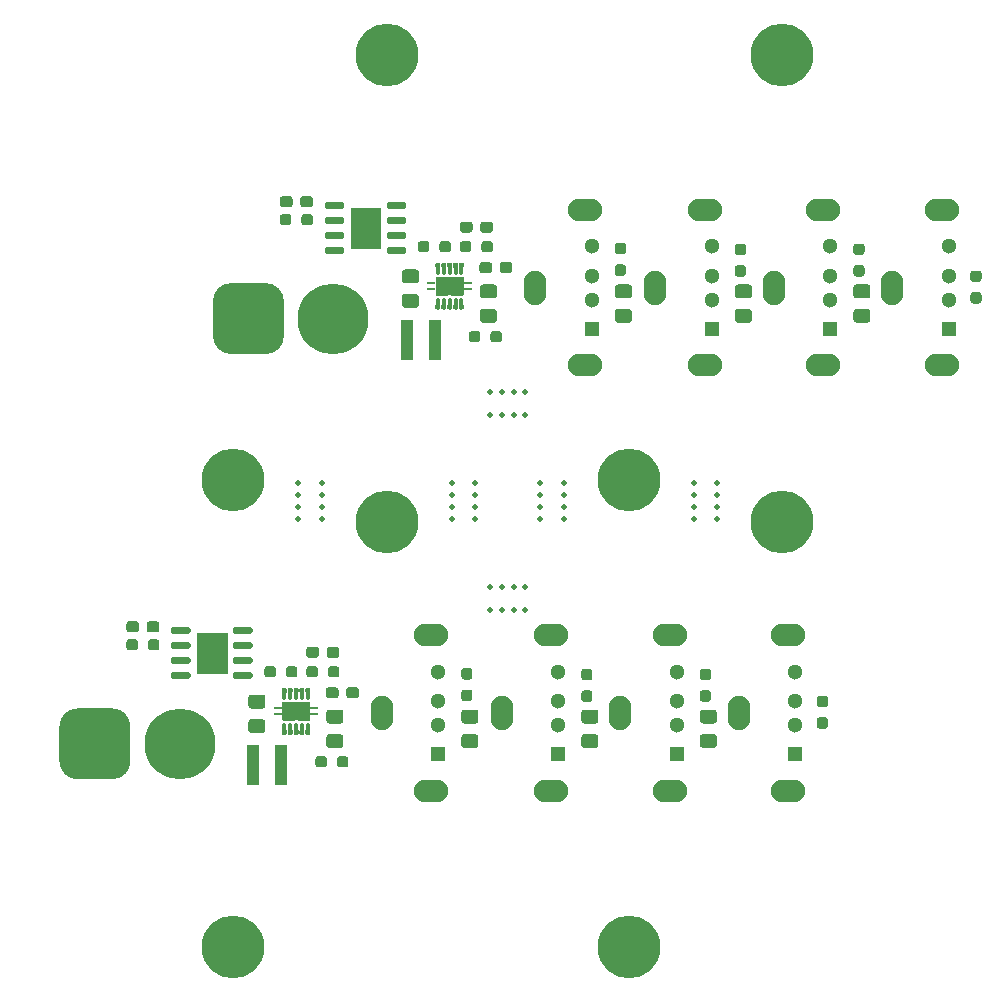
<source format=gbr>
%TF.GenerationSoftware,KiCad,Pcbnew,(5.1.7)-1*%
%TF.CreationDate,2020-12-15T13:18:26+01:00*%
%TF.ProjectId,panel_my_little_poly_v01,70616e65-6c5f-46d7-995f-6c6974746c65,rev?*%
%TF.SameCoordinates,Original*%
%TF.FileFunction,Soldermask,Top*%
%TF.FilePolarity,Negative*%
%FSLAX46Y46*%
G04 Gerber Fmt 4.6, Leading zero omitted, Abs format (unit mm)*
G04 Created by KiCad (PCBNEW (5.1.7)-1) date 2020-12-15 13:18:26*
%MOMM*%
%LPD*%
G01*
G04 APERTURE LIST*
%ADD10C,0.100000*%
%ADD11C,0.500000*%
%ADD12C,0.800000*%
%ADD13C,5.300000*%
%ADD14R,1.300000X1.300000*%
%ADD15C,1.300000*%
%ADD16O,2.900000X1.900000*%
%ADD17O,1.900000X2.900000*%
%ADD18R,0.980000X3.400000*%
%ADD19O,0.420000X0.990000*%
%ADD20R,1.050000X0.680000*%
%ADD21R,0.700000X0.280000*%
%ADD22R,0.500000X0.260000*%
%ADD23R,2.400000X1.650000*%
%ADD24C,0.600000*%
%ADD25C,6.000000*%
G04 APERTURE END LIST*
D10*
%TO.C,U102*%
G36*
X59962000Y-26928500D02*
G01*
X62462000Y-26928500D01*
X62462000Y-30328500D01*
X59962000Y-30328500D01*
X59962000Y-26928500D01*
G37*
X59962000Y-26928500D02*
X62462000Y-26928500D01*
X62462000Y-30328500D01*
X59962000Y-30328500D01*
X59962000Y-26928500D01*
G36*
X46962000Y-62928500D02*
G01*
X49462000Y-62928500D01*
X49462000Y-66328500D01*
X46962000Y-66328500D01*
X46962000Y-62928500D01*
G37*
X46962000Y-62928500D02*
X49462000Y-62928500D01*
X49462000Y-66328500D01*
X46962000Y-66328500D01*
X46962000Y-62928500D01*
%TD*%
D11*
%TO.C,REF\u002A\u002A*%
X72750000Y-44500000D03*
X73750000Y-44500000D03*
X74750000Y-44500000D03*
X71750000Y-44500000D03*
X71750000Y-42500000D03*
X74750000Y-42500000D03*
X73750000Y-42500000D03*
X72750000Y-42500000D03*
%TD*%
%TO.C,REF\u002A\u002A*%
X72750000Y-59000000D03*
X73750000Y-59000000D03*
X74750000Y-59000000D03*
X71750000Y-59000000D03*
X71750000Y-61000000D03*
X74750000Y-61000000D03*
X73750000Y-61000000D03*
X72750000Y-61000000D03*
%TD*%
%TO.C,REF\u002A\u002A*%
X91000000Y-51250000D03*
X91000000Y-52250000D03*
X91000000Y-53250000D03*
X91000000Y-50250000D03*
X89000000Y-50250000D03*
X89000000Y-53250000D03*
X89000000Y-52250000D03*
X89000000Y-51250000D03*
%TD*%
%TO.C,REF\u002A\u002A*%
X78000000Y-51250000D03*
X78000000Y-52250000D03*
X78000000Y-53250000D03*
X78000000Y-50250000D03*
X76000000Y-50250000D03*
X76000000Y-53250000D03*
X76000000Y-52250000D03*
X76000000Y-51250000D03*
%TD*%
%TO.C,REF\u002A\u002A*%
X70500000Y-51250000D03*
X70500000Y-52250000D03*
X70500000Y-53250000D03*
X70500000Y-50250000D03*
X68500000Y-50250000D03*
X68500000Y-53250000D03*
X68500000Y-52250000D03*
X68500000Y-51250000D03*
%TD*%
%TO.C,REF\u002A\u002A*%
X55500000Y-51250000D03*
X55500000Y-52250000D03*
X55500000Y-53250000D03*
X55500000Y-50250000D03*
X57500000Y-50250000D03*
X57500000Y-53250000D03*
X57500000Y-52250000D03*
X57500000Y-51250000D03*
%TD*%
%TO.C,R108*%
G36*
G01*
X113138500Y-35045000D02*
X112663500Y-35045000D01*
G75*
G02*
X112426000Y-34807500I0J237500D01*
G01*
X112426000Y-34307500D01*
G75*
G02*
X112663500Y-34070000I237500J0D01*
G01*
X113138500Y-34070000D01*
G75*
G02*
X113376000Y-34307500I0J-237500D01*
G01*
X113376000Y-34807500D01*
G75*
G02*
X113138500Y-35045000I-237500J0D01*
G01*
G37*
G36*
G01*
X113138500Y-33220000D02*
X112663500Y-33220000D01*
G75*
G02*
X112426000Y-32982500I0J237500D01*
G01*
X112426000Y-32482500D01*
G75*
G02*
X112663500Y-32245000I237500J0D01*
G01*
X113138500Y-32245000D01*
G75*
G02*
X113376000Y-32482500I0J-237500D01*
G01*
X113376000Y-32982500D01*
G75*
G02*
X113138500Y-33220000I-237500J0D01*
G01*
G37*
%TD*%
%TO.C,R107*%
G36*
G01*
X103232500Y-32759000D02*
X102757500Y-32759000D01*
G75*
G02*
X102520000Y-32521500I0J237500D01*
G01*
X102520000Y-32021500D01*
G75*
G02*
X102757500Y-31784000I237500J0D01*
G01*
X103232500Y-31784000D01*
G75*
G02*
X103470000Y-32021500I0J-237500D01*
G01*
X103470000Y-32521500D01*
G75*
G02*
X103232500Y-32759000I-237500J0D01*
G01*
G37*
G36*
G01*
X103232500Y-30934000D02*
X102757500Y-30934000D01*
G75*
G02*
X102520000Y-30696500I0J237500D01*
G01*
X102520000Y-30196500D01*
G75*
G02*
X102757500Y-29959000I237500J0D01*
G01*
X103232500Y-29959000D01*
G75*
G02*
X103470000Y-30196500I0J-237500D01*
G01*
X103470000Y-30696500D01*
G75*
G02*
X103232500Y-30934000I-237500J0D01*
G01*
G37*
%TD*%
%TO.C,R106*%
G36*
G01*
X93199500Y-32759000D02*
X92724500Y-32759000D01*
G75*
G02*
X92487000Y-32521500I0J237500D01*
G01*
X92487000Y-32021500D01*
G75*
G02*
X92724500Y-31784000I237500J0D01*
G01*
X93199500Y-31784000D01*
G75*
G02*
X93437000Y-32021500I0J-237500D01*
G01*
X93437000Y-32521500D01*
G75*
G02*
X93199500Y-32759000I-237500J0D01*
G01*
G37*
G36*
G01*
X93199500Y-30934000D02*
X92724500Y-30934000D01*
G75*
G02*
X92487000Y-30696500I0J237500D01*
G01*
X92487000Y-30196500D01*
G75*
G02*
X92724500Y-29959000I237500J0D01*
G01*
X93199500Y-29959000D01*
G75*
G02*
X93437000Y-30196500I0J-237500D01*
G01*
X93437000Y-30696500D01*
G75*
G02*
X93199500Y-30934000I-237500J0D01*
G01*
G37*
%TD*%
%TO.C,R105*%
G36*
G01*
X83037500Y-32700000D02*
X82562500Y-32700000D01*
G75*
G02*
X82325000Y-32462500I0J237500D01*
G01*
X82325000Y-31962500D01*
G75*
G02*
X82562500Y-31725000I237500J0D01*
G01*
X83037500Y-31725000D01*
G75*
G02*
X83275000Y-31962500I0J-237500D01*
G01*
X83275000Y-32462500D01*
G75*
G02*
X83037500Y-32700000I-237500J0D01*
G01*
G37*
G36*
G01*
X83037500Y-30875000D02*
X82562500Y-30875000D01*
G75*
G02*
X82325000Y-30637500I0J237500D01*
G01*
X82325000Y-30137500D01*
G75*
G02*
X82562500Y-29900000I237500J0D01*
G01*
X83037500Y-29900000D01*
G75*
G02*
X83275000Y-30137500I0J-237500D01*
G01*
X83275000Y-30637500D01*
G75*
G02*
X83037500Y-30875000I-237500J0D01*
G01*
G37*
%TD*%
D12*
%TO.C,U102*%
X61912000Y-29728500D03*
X60512000Y-29728500D03*
X60512000Y-27528500D03*
X61912000Y-27528500D03*
X61212000Y-28628500D03*
G36*
G01*
X59412000Y-30383500D02*
X59412000Y-30683500D01*
G75*
G02*
X59262000Y-30833500I-150000J0D01*
G01*
X57912000Y-30833500D01*
G75*
G02*
X57762000Y-30683500I0J150000D01*
G01*
X57762000Y-30383500D01*
G75*
G02*
X57912000Y-30233500I150000J0D01*
G01*
X59262000Y-30233500D01*
G75*
G02*
X59412000Y-30383500I0J-150000D01*
G01*
G37*
G36*
G01*
X59412000Y-29113500D02*
X59412000Y-29413500D01*
G75*
G02*
X59262000Y-29563500I-150000J0D01*
G01*
X57912000Y-29563500D01*
G75*
G02*
X57762000Y-29413500I0J150000D01*
G01*
X57762000Y-29113500D01*
G75*
G02*
X57912000Y-28963500I150000J0D01*
G01*
X59262000Y-28963500D01*
G75*
G02*
X59412000Y-29113500I0J-150000D01*
G01*
G37*
G36*
G01*
X59412000Y-27843500D02*
X59412000Y-28143500D01*
G75*
G02*
X59262000Y-28293500I-150000J0D01*
G01*
X57912000Y-28293500D01*
G75*
G02*
X57762000Y-28143500I0J150000D01*
G01*
X57762000Y-27843500D01*
G75*
G02*
X57912000Y-27693500I150000J0D01*
G01*
X59262000Y-27693500D01*
G75*
G02*
X59412000Y-27843500I0J-150000D01*
G01*
G37*
G36*
G01*
X59412000Y-26573500D02*
X59412000Y-26873500D01*
G75*
G02*
X59262000Y-27023500I-150000J0D01*
G01*
X57912000Y-27023500D01*
G75*
G02*
X57762000Y-26873500I0J150000D01*
G01*
X57762000Y-26573500D01*
G75*
G02*
X57912000Y-26423500I150000J0D01*
G01*
X59262000Y-26423500D01*
G75*
G02*
X59412000Y-26573500I0J-150000D01*
G01*
G37*
G36*
G01*
X64662000Y-26573500D02*
X64662000Y-26873500D01*
G75*
G02*
X64512000Y-27023500I-150000J0D01*
G01*
X63162000Y-27023500D01*
G75*
G02*
X63012000Y-26873500I0J150000D01*
G01*
X63012000Y-26573500D01*
G75*
G02*
X63162000Y-26423500I150000J0D01*
G01*
X64512000Y-26423500D01*
G75*
G02*
X64662000Y-26573500I0J-150000D01*
G01*
G37*
G36*
G01*
X64662000Y-27843500D02*
X64662000Y-28143500D01*
G75*
G02*
X64512000Y-28293500I-150000J0D01*
G01*
X63162000Y-28293500D01*
G75*
G02*
X63012000Y-28143500I0J150000D01*
G01*
X63012000Y-27843500D01*
G75*
G02*
X63162000Y-27693500I150000J0D01*
G01*
X64512000Y-27693500D01*
G75*
G02*
X64662000Y-27843500I0J-150000D01*
G01*
G37*
G36*
G01*
X64662000Y-29113500D02*
X64662000Y-29413500D01*
G75*
G02*
X64512000Y-29563500I-150000J0D01*
G01*
X63162000Y-29563500D01*
G75*
G02*
X63012000Y-29413500I0J150000D01*
G01*
X63012000Y-29113500D01*
G75*
G02*
X63162000Y-28963500I150000J0D01*
G01*
X64512000Y-28963500D01*
G75*
G02*
X64662000Y-29113500I0J-150000D01*
G01*
G37*
G36*
G01*
X64662000Y-30383500D02*
X64662000Y-30683500D01*
G75*
G02*
X64512000Y-30833500I-150000J0D01*
G01*
X63162000Y-30833500D01*
G75*
G02*
X63012000Y-30683500I0J150000D01*
G01*
X63012000Y-30383500D01*
G75*
G02*
X63162000Y-30233500I150000J0D01*
G01*
X64512000Y-30233500D01*
G75*
G02*
X64662000Y-30383500I0J-150000D01*
G01*
G37*
%TD*%
%TO.C,R104*%
G36*
G01*
X54945000Y-27692500D02*
X54945000Y-28167500D01*
G75*
G02*
X54707500Y-28405000I-237500J0D01*
G01*
X54207500Y-28405000D01*
G75*
G02*
X53970000Y-28167500I0J237500D01*
G01*
X53970000Y-27692500D01*
G75*
G02*
X54207500Y-27455000I237500J0D01*
G01*
X54707500Y-27455000D01*
G75*
G02*
X54945000Y-27692500I0J-237500D01*
G01*
G37*
G36*
G01*
X56770000Y-27692500D02*
X56770000Y-28167500D01*
G75*
G02*
X56532500Y-28405000I-237500J0D01*
G01*
X56032500Y-28405000D01*
G75*
G02*
X55795000Y-28167500I0J237500D01*
G01*
X55795000Y-27692500D01*
G75*
G02*
X56032500Y-27455000I237500J0D01*
G01*
X56532500Y-27455000D01*
G75*
G02*
X56770000Y-27692500I0J-237500D01*
G01*
G37*
%TD*%
%TO.C,C108*%
G36*
G01*
X55695000Y-26643500D02*
X55695000Y-26168500D01*
G75*
G02*
X55932500Y-25931000I237500J0D01*
G01*
X56532500Y-25931000D01*
G75*
G02*
X56770000Y-26168500I0J-237500D01*
G01*
X56770000Y-26643500D01*
G75*
G02*
X56532500Y-26881000I-237500J0D01*
G01*
X55932500Y-26881000D01*
G75*
G02*
X55695000Y-26643500I0J237500D01*
G01*
G37*
G36*
G01*
X53970000Y-26643500D02*
X53970000Y-26168500D01*
G75*
G02*
X54207500Y-25931000I237500J0D01*
G01*
X54807500Y-25931000D01*
G75*
G02*
X55045000Y-26168500I0J-237500D01*
G01*
X55045000Y-26643500D01*
G75*
G02*
X54807500Y-26881000I-237500J0D01*
G01*
X54207500Y-26881000D01*
G75*
G02*
X53970000Y-26643500I0J237500D01*
G01*
G37*
%TD*%
D13*
%TO.C,H104*%
X96500000Y-14000000D03*
%TD*%
%TO.C,H103*%
X63000000Y-14000000D03*
%TD*%
%TO.C,H102*%
X96500000Y-53500000D03*
%TD*%
%TO.C,H101*%
X63000000Y-53500000D03*
%TD*%
%TO.C,C107*%
G36*
G01*
X103724000Y-36667000D02*
X102774000Y-36667000D01*
G75*
G02*
X102524000Y-36417000I0J250000D01*
G01*
X102524000Y-35742000D01*
G75*
G02*
X102774000Y-35492000I250000J0D01*
G01*
X103724000Y-35492000D01*
G75*
G02*
X103974000Y-35742000I0J-250000D01*
G01*
X103974000Y-36417000D01*
G75*
G02*
X103724000Y-36667000I-250000J0D01*
G01*
G37*
G36*
G01*
X103724000Y-34592000D02*
X102774000Y-34592000D01*
G75*
G02*
X102524000Y-34342000I0J250000D01*
G01*
X102524000Y-33667000D01*
G75*
G02*
X102774000Y-33417000I250000J0D01*
G01*
X103724000Y-33417000D01*
G75*
G02*
X103974000Y-33667000I0J-250000D01*
G01*
X103974000Y-34342000D01*
G75*
G02*
X103724000Y-34592000I-250000J0D01*
G01*
G37*
%TD*%
D14*
%TO.C,J105*%
X110615000Y-37201000D03*
D15*
X110615000Y-34701000D03*
X110615000Y-32701000D03*
X110615000Y-30201000D03*
D16*
X110015000Y-40271000D03*
X110015000Y-27131000D03*
D17*
X105835000Y-33701000D03*
%TD*%
D14*
%TO.C,J104*%
X100582000Y-37201000D03*
D15*
X100582000Y-34701000D03*
X100582000Y-32701000D03*
X100582000Y-30201000D03*
D16*
X99982000Y-40271000D03*
X99982000Y-27131000D03*
D17*
X95802000Y-33701000D03*
%TD*%
D14*
%TO.C,J103*%
X90549000Y-37201000D03*
D15*
X90549000Y-34701000D03*
X90549000Y-32701000D03*
X90549000Y-30201000D03*
D16*
X89949000Y-40271000D03*
X89949000Y-27131000D03*
D17*
X85769000Y-33701000D03*
%TD*%
D14*
%TO.C,J102*%
X80389000Y-37201000D03*
D15*
X80389000Y-34701000D03*
X80389000Y-32701000D03*
X80389000Y-30201000D03*
D16*
X79789000Y-40271000D03*
X79789000Y-27131000D03*
D17*
X75609000Y-33701000D03*
%TD*%
%TO.C,C106*%
G36*
G01*
X72010000Y-28327500D02*
X72010000Y-28802500D01*
G75*
G02*
X71772500Y-29040000I-237500J0D01*
G01*
X71172500Y-29040000D01*
G75*
G02*
X70935000Y-28802500I0J237500D01*
G01*
X70935000Y-28327500D01*
G75*
G02*
X71172500Y-28090000I237500J0D01*
G01*
X71772500Y-28090000D01*
G75*
G02*
X72010000Y-28327500I0J-237500D01*
G01*
G37*
G36*
G01*
X70285000Y-28327500D02*
X70285000Y-28802500D01*
G75*
G02*
X70047500Y-29040000I-237500J0D01*
G01*
X69447500Y-29040000D01*
G75*
G02*
X69210000Y-28802500I0J237500D01*
G01*
X69210000Y-28327500D01*
G75*
G02*
X69447500Y-28090000I237500J0D01*
G01*
X70047500Y-28090000D01*
G75*
G02*
X70285000Y-28327500I0J-237500D01*
G01*
G37*
%TD*%
D18*
%TO.C,L101*%
X64726000Y-38090000D03*
X67096000Y-38090000D03*
%TD*%
D19*
%TO.C,U101*%
X67340000Y-35042000D03*
X67840000Y-35042000D03*
G36*
G01*
X68480000Y-35537000D02*
X68200000Y-35537000D01*
G75*
G02*
X68130000Y-35467000I0J70000D01*
G01*
X68130000Y-35187000D01*
G75*
G02*
X68200000Y-35117000I70000J0D01*
G01*
X68480000Y-35117000D01*
G75*
G02*
X68550000Y-35187000I0J-70000D01*
G01*
X68550000Y-35467000D01*
G75*
G02*
X68480000Y-35537000I-70000J0D01*
G01*
G37*
X68840000Y-35042000D03*
G36*
G01*
X69480000Y-35537000D02*
X69200000Y-35537000D01*
G75*
G02*
X69130000Y-35467000I0J70000D01*
G01*
X69130000Y-35187000D01*
G75*
G02*
X69200000Y-35117000I70000J0D01*
G01*
X69480000Y-35117000D01*
G75*
G02*
X69550000Y-35187000I0J-70000D01*
G01*
X69550000Y-35467000D01*
G75*
G02*
X69480000Y-35537000I-70000J0D01*
G01*
G37*
X69340000Y-32092000D03*
X68840000Y-32092000D03*
G36*
G01*
X68480000Y-32017000D02*
X68200000Y-32017000D01*
G75*
G02*
X68130000Y-31947000I0J70000D01*
G01*
X68130000Y-31667000D01*
G75*
G02*
X68200000Y-31597000I70000J0D01*
G01*
X68480000Y-31597000D01*
G75*
G02*
X68550000Y-31667000I0J-70000D01*
G01*
X68550000Y-31947000D01*
G75*
G02*
X68480000Y-32017000I-70000J0D01*
G01*
G37*
G36*
G01*
X67980000Y-32017000D02*
X67700000Y-32017000D01*
G75*
G02*
X67630000Y-31947000I0J70000D01*
G01*
X67630000Y-31667000D01*
G75*
G02*
X67700000Y-31597000I70000J0D01*
G01*
X67980000Y-31597000D01*
G75*
G02*
X68050000Y-31667000I0J-70000D01*
G01*
X68050000Y-31947000D01*
G75*
G02*
X67980000Y-32017000I-70000J0D01*
G01*
G37*
G36*
G01*
X67480000Y-32017000D02*
X67200000Y-32017000D01*
G75*
G02*
X67130000Y-31947000I0J70000D01*
G01*
X67130000Y-31667000D01*
G75*
G02*
X67200000Y-31597000I70000J0D01*
G01*
X67480000Y-31597000D01*
G75*
G02*
X67550000Y-31667000I0J-70000D01*
G01*
X67550000Y-31947000D01*
G75*
G02*
X67480000Y-32017000I-70000J0D01*
G01*
G37*
D20*
X67705000Y-34017000D03*
D21*
X66790000Y-33817000D03*
D22*
X66710000Y-33817000D03*
D21*
X66790000Y-33317000D03*
X69890000Y-33817000D03*
X69890000Y-33317000D03*
D22*
X66710000Y-33317000D03*
X69970000Y-33817000D03*
X69970000Y-33317000D03*
D20*
X67705000Y-33117000D03*
X68975000Y-34017000D03*
X68975000Y-33117000D03*
D23*
X68340000Y-33567000D03*
G36*
G01*
X67480000Y-35537000D02*
X67200000Y-35537000D01*
G75*
G02*
X67130000Y-35467000I0J70000D01*
G01*
X67130000Y-35187000D01*
G75*
G02*
X67200000Y-35117000I70000J0D01*
G01*
X67480000Y-35117000D01*
G75*
G02*
X67550000Y-35187000I0J-70000D01*
G01*
X67550000Y-35467000D01*
G75*
G02*
X67480000Y-35537000I-70000J0D01*
G01*
G37*
G36*
G01*
X67980000Y-35537000D02*
X67700000Y-35537000D01*
G75*
G02*
X67630000Y-35467000I0J70000D01*
G01*
X67630000Y-35187000D01*
G75*
G02*
X67700000Y-35117000I70000J0D01*
G01*
X67980000Y-35117000D01*
G75*
G02*
X68050000Y-35187000I0J-70000D01*
G01*
X68050000Y-35467000D01*
G75*
G02*
X67980000Y-35537000I-70000J0D01*
G01*
G37*
D19*
X68340000Y-35042000D03*
G36*
G01*
X68980000Y-35537000D02*
X68700000Y-35537000D01*
G75*
G02*
X68630000Y-35467000I0J70000D01*
G01*
X68630000Y-35187000D01*
G75*
G02*
X68700000Y-35117000I70000J0D01*
G01*
X68980000Y-35117000D01*
G75*
G02*
X69050000Y-35187000I0J-70000D01*
G01*
X69050000Y-35467000D01*
G75*
G02*
X68980000Y-35537000I-70000J0D01*
G01*
G37*
X69340000Y-35042000D03*
G36*
G01*
X69480000Y-32017000D02*
X69200000Y-32017000D01*
G75*
G02*
X69130000Y-31947000I0J70000D01*
G01*
X69130000Y-31667000D01*
G75*
G02*
X69200000Y-31597000I70000J0D01*
G01*
X69480000Y-31597000D01*
G75*
G02*
X69550000Y-31667000I0J-70000D01*
G01*
X69550000Y-31947000D01*
G75*
G02*
X69480000Y-32017000I-70000J0D01*
G01*
G37*
G36*
G01*
X68980000Y-32017000D02*
X68700000Y-32017000D01*
G75*
G02*
X68630000Y-31947000I0J70000D01*
G01*
X68630000Y-31667000D01*
G75*
G02*
X68700000Y-31597000I70000J0D01*
G01*
X68980000Y-31597000D01*
G75*
G02*
X69050000Y-31667000I0J-70000D01*
G01*
X69050000Y-31947000D01*
G75*
G02*
X68980000Y-32017000I-70000J0D01*
G01*
G37*
X68340000Y-32092000D03*
X67840000Y-32092000D03*
X67340000Y-32092000D03*
D24*
X69090000Y-33067000D03*
X68340000Y-33567000D03*
X67590000Y-33067000D03*
X67590000Y-34067000D03*
X69090000Y-34067000D03*
%TD*%
%TO.C,R103*%
G36*
G01*
X72772000Y-37598500D02*
X72772000Y-38073500D01*
G75*
G02*
X72534500Y-38311000I-237500J0D01*
G01*
X72034500Y-38311000D01*
G75*
G02*
X71797000Y-38073500I0J237500D01*
G01*
X71797000Y-37598500D01*
G75*
G02*
X72034500Y-37361000I237500J0D01*
G01*
X72534500Y-37361000D01*
G75*
G02*
X72772000Y-37598500I0J-237500D01*
G01*
G37*
G36*
G01*
X70947000Y-37598500D02*
X70947000Y-38073500D01*
G75*
G02*
X70709500Y-38311000I-237500J0D01*
G01*
X70209500Y-38311000D01*
G75*
G02*
X69972000Y-38073500I0J237500D01*
G01*
X69972000Y-37598500D01*
G75*
G02*
X70209500Y-37361000I237500J0D01*
G01*
X70709500Y-37361000D01*
G75*
G02*
X70947000Y-37598500I0J-237500D01*
G01*
G37*
%TD*%
%TO.C,R102*%
G36*
G01*
X68454000Y-29978500D02*
X68454000Y-30453500D01*
G75*
G02*
X68216500Y-30691000I-237500J0D01*
G01*
X67716500Y-30691000D01*
G75*
G02*
X67479000Y-30453500I0J237500D01*
G01*
X67479000Y-29978500D01*
G75*
G02*
X67716500Y-29741000I237500J0D01*
G01*
X68216500Y-29741000D01*
G75*
G02*
X68454000Y-29978500I0J-237500D01*
G01*
G37*
G36*
G01*
X66629000Y-29978500D02*
X66629000Y-30453500D01*
G75*
G02*
X66391500Y-30691000I-237500J0D01*
G01*
X65891500Y-30691000D01*
G75*
G02*
X65654000Y-30453500I0J237500D01*
G01*
X65654000Y-29978500D01*
G75*
G02*
X65891500Y-29741000I237500J0D01*
G01*
X66391500Y-29741000D01*
G75*
G02*
X66629000Y-29978500I0J-237500D01*
G01*
G37*
%TD*%
%TO.C,R101*%
G36*
G01*
X72010000Y-29978500D02*
X72010000Y-30453500D01*
G75*
G02*
X71772500Y-30691000I-237500J0D01*
G01*
X71272500Y-30691000D01*
G75*
G02*
X71035000Y-30453500I0J237500D01*
G01*
X71035000Y-29978500D01*
G75*
G02*
X71272500Y-29741000I237500J0D01*
G01*
X71772500Y-29741000D01*
G75*
G02*
X72010000Y-29978500I0J-237500D01*
G01*
G37*
G36*
G01*
X70185000Y-29978500D02*
X70185000Y-30453500D01*
G75*
G02*
X69947500Y-30691000I-237500J0D01*
G01*
X69447500Y-30691000D01*
G75*
G02*
X69210000Y-30453500I0J237500D01*
G01*
X69210000Y-29978500D01*
G75*
G02*
X69447500Y-29741000I237500J0D01*
G01*
X69947500Y-29741000D01*
G75*
G02*
X70185000Y-29978500I0J-237500D01*
G01*
G37*
%TD*%
D25*
%TO.C,J101*%
X58506000Y-36312000D03*
G36*
G01*
X48306000Y-37812000D02*
X48306000Y-34812000D01*
G75*
G02*
X49806000Y-33312000I1500000J0D01*
G01*
X52806000Y-33312000D01*
G75*
G02*
X54306000Y-34812000I0J-1500000D01*
G01*
X54306000Y-37812000D01*
G75*
G02*
X52806000Y-39312000I-1500000J0D01*
G01*
X49806000Y-39312000D01*
G75*
G02*
X48306000Y-37812000I0J1500000D01*
G01*
G37*
%TD*%
%TO.C,C105*%
G36*
G01*
X70861000Y-32231500D02*
X70861000Y-31756500D01*
G75*
G02*
X71098500Y-31519000I237500J0D01*
G01*
X71698500Y-31519000D01*
G75*
G02*
X71936000Y-31756500I0J-237500D01*
G01*
X71936000Y-32231500D01*
G75*
G02*
X71698500Y-32469000I-237500J0D01*
G01*
X71098500Y-32469000D01*
G75*
G02*
X70861000Y-32231500I0J237500D01*
G01*
G37*
G36*
G01*
X72586000Y-32231500D02*
X72586000Y-31756500D01*
G75*
G02*
X72823500Y-31519000I237500J0D01*
G01*
X73423500Y-31519000D01*
G75*
G02*
X73661000Y-31756500I0J-237500D01*
G01*
X73661000Y-32231500D01*
G75*
G02*
X73423500Y-32469000I-237500J0D01*
G01*
X72823500Y-32469000D01*
G75*
G02*
X72586000Y-32231500I0J237500D01*
G01*
G37*
%TD*%
%TO.C,C104*%
G36*
G01*
X93691000Y-36667000D02*
X92741000Y-36667000D01*
G75*
G02*
X92491000Y-36417000I0J250000D01*
G01*
X92491000Y-35742000D01*
G75*
G02*
X92741000Y-35492000I250000J0D01*
G01*
X93691000Y-35492000D01*
G75*
G02*
X93941000Y-35742000I0J-250000D01*
G01*
X93941000Y-36417000D01*
G75*
G02*
X93691000Y-36667000I-250000J0D01*
G01*
G37*
G36*
G01*
X93691000Y-34592000D02*
X92741000Y-34592000D01*
G75*
G02*
X92491000Y-34342000I0J250000D01*
G01*
X92491000Y-33667000D01*
G75*
G02*
X92741000Y-33417000I250000J0D01*
G01*
X93691000Y-33417000D01*
G75*
G02*
X93941000Y-33667000I0J-250000D01*
G01*
X93941000Y-34342000D01*
G75*
G02*
X93691000Y-34592000I-250000J0D01*
G01*
G37*
%TD*%
%TO.C,C103*%
G36*
G01*
X83531000Y-36667000D02*
X82581000Y-36667000D01*
G75*
G02*
X82331000Y-36417000I0J250000D01*
G01*
X82331000Y-35742000D01*
G75*
G02*
X82581000Y-35492000I250000J0D01*
G01*
X83531000Y-35492000D01*
G75*
G02*
X83781000Y-35742000I0J-250000D01*
G01*
X83781000Y-36417000D01*
G75*
G02*
X83531000Y-36667000I-250000J0D01*
G01*
G37*
G36*
G01*
X83531000Y-34592000D02*
X82581000Y-34592000D01*
G75*
G02*
X82331000Y-34342000I0J250000D01*
G01*
X82331000Y-33667000D01*
G75*
G02*
X82581000Y-33417000I250000J0D01*
G01*
X83531000Y-33417000D01*
G75*
G02*
X83781000Y-33667000I0J-250000D01*
G01*
X83781000Y-34342000D01*
G75*
G02*
X83531000Y-34592000I-250000J0D01*
G01*
G37*
%TD*%
%TO.C,C102*%
G36*
G01*
X72101000Y-36667000D02*
X71151000Y-36667000D01*
G75*
G02*
X70901000Y-36417000I0J250000D01*
G01*
X70901000Y-35742000D01*
G75*
G02*
X71151000Y-35492000I250000J0D01*
G01*
X72101000Y-35492000D01*
G75*
G02*
X72351000Y-35742000I0J-250000D01*
G01*
X72351000Y-36417000D01*
G75*
G02*
X72101000Y-36667000I-250000J0D01*
G01*
G37*
G36*
G01*
X72101000Y-34592000D02*
X71151000Y-34592000D01*
G75*
G02*
X70901000Y-34342000I0J250000D01*
G01*
X70901000Y-33667000D01*
G75*
G02*
X71151000Y-33417000I250000J0D01*
G01*
X72101000Y-33417000D01*
G75*
G02*
X72351000Y-33667000I0J-250000D01*
G01*
X72351000Y-34342000D01*
G75*
G02*
X72101000Y-34592000I-250000J0D01*
G01*
G37*
%TD*%
%TO.C,C101*%
G36*
G01*
X64547000Y-32147000D02*
X65497000Y-32147000D01*
G75*
G02*
X65747000Y-32397000I0J-250000D01*
G01*
X65747000Y-33072000D01*
G75*
G02*
X65497000Y-33322000I-250000J0D01*
G01*
X64547000Y-33322000D01*
G75*
G02*
X64297000Y-33072000I0J250000D01*
G01*
X64297000Y-32397000D01*
G75*
G02*
X64547000Y-32147000I250000J0D01*
G01*
G37*
G36*
G01*
X64547000Y-34222000D02*
X65497000Y-34222000D01*
G75*
G02*
X65747000Y-34472000I0J-250000D01*
G01*
X65747000Y-35147000D01*
G75*
G02*
X65497000Y-35397000I-250000J0D01*
G01*
X64547000Y-35397000D01*
G75*
G02*
X64297000Y-35147000I0J250000D01*
G01*
X64297000Y-34472000D01*
G75*
G02*
X64547000Y-34222000I250000J0D01*
G01*
G37*
%TD*%
%TO.C,R108*%
G36*
G01*
X100138500Y-71045000D02*
X99663500Y-71045000D01*
G75*
G02*
X99426000Y-70807500I0J237500D01*
G01*
X99426000Y-70307500D01*
G75*
G02*
X99663500Y-70070000I237500J0D01*
G01*
X100138500Y-70070000D01*
G75*
G02*
X100376000Y-70307500I0J-237500D01*
G01*
X100376000Y-70807500D01*
G75*
G02*
X100138500Y-71045000I-237500J0D01*
G01*
G37*
G36*
G01*
X100138500Y-69220000D02*
X99663500Y-69220000D01*
G75*
G02*
X99426000Y-68982500I0J237500D01*
G01*
X99426000Y-68482500D01*
G75*
G02*
X99663500Y-68245000I237500J0D01*
G01*
X100138500Y-68245000D01*
G75*
G02*
X100376000Y-68482500I0J-237500D01*
G01*
X100376000Y-68982500D01*
G75*
G02*
X100138500Y-69220000I-237500J0D01*
G01*
G37*
%TD*%
%TO.C,R107*%
G36*
G01*
X90232500Y-68759000D02*
X89757500Y-68759000D01*
G75*
G02*
X89520000Y-68521500I0J237500D01*
G01*
X89520000Y-68021500D01*
G75*
G02*
X89757500Y-67784000I237500J0D01*
G01*
X90232500Y-67784000D01*
G75*
G02*
X90470000Y-68021500I0J-237500D01*
G01*
X90470000Y-68521500D01*
G75*
G02*
X90232500Y-68759000I-237500J0D01*
G01*
G37*
G36*
G01*
X90232500Y-66934000D02*
X89757500Y-66934000D01*
G75*
G02*
X89520000Y-66696500I0J237500D01*
G01*
X89520000Y-66196500D01*
G75*
G02*
X89757500Y-65959000I237500J0D01*
G01*
X90232500Y-65959000D01*
G75*
G02*
X90470000Y-66196500I0J-237500D01*
G01*
X90470000Y-66696500D01*
G75*
G02*
X90232500Y-66934000I-237500J0D01*
G01*
G37*
%TD*%
%TO.C,R106*%
G36*
G01*
X80199500Y-68759000D02*
X79724500Y-68759000D01*
G75*
G02*
X79487000Y-68521500I0J237500D01*
G01*
X79487000Y-68021500D01*
G75*
G02*
X79724500Y-67784000I237500J0D01*
G01*
X80199500Y-67784000D01*
G75*
G02*
X80437000Y-68021500I0J-237500D01*
G01*
X80437000Y-68521500D01*
G75*
G02*
X80199500Y-68759000I-237500J0D01*
G01*
G37*
G36*
G01*
X80199500Y-66934000D02*
X79724500Y-66934000D01*
G75*
G02*
X79487000Y-66696500I0J237500D01*
G01*
X79487000Y-66196500D01*
G75*
G02*
X79724500Y-65959000I237500J0D01*
G01*
X80199500Y-65959000D01*
G75*
G02*
X80437000Y-66196500I0J-237500D01*
G01*
X80437000Y-66696500D01*
G75*
G02*
X80199500Y-66934000I-237500J0D01*
G01*
G37*
%TD*%
%TO.C,R105*%
G36*
G01*
X70037500Y-68700000D02*
X69562500Y-68700000D01*
G75*
G02*
X69325000Y-68462500I0J237500D01*
G01*
X69325000Y-67962500D01*
G75*
G02*
X69562500Y-67725000I237500J0D01*
G01*
X70037500Y-67725000D01*
G75*
G02*
X70275000Y-67962500I0J-237500D01*
G01*
X70275000Y-68462500D01*
G75*
G02*
X70037500Y-68700000I-237500J0D01*
G01*
G37*
G36*
G01*
X70037500Y-66875000D02*
X69562500Y-66875000D01*
G75*
G02*
X69325000Y-66637500I0J237500D01*
G01*
X69325000Y-66137500D01*
G75*
G02*
X69562500Y-65900000I237500J0D01*
G01*
X70037500Y-65900000D01*
G75*
G02*
X70275000Y-66137500I0J-237500D01*
G01*
X70275000Y-66637500D01*
G75*
G02*
X70037500Y-66875000I-237500J0D01*
G01*
G37*
%TD*%
D12*
%TO.C,U102*%
X48912000Y-65728500D03*
X47512000Y-65728500D03*
X47512000Y-63528500D03*
X48912000Y-63528500D03*
X48212000Y-64628500D03*
G36*
G01*
X46412000Y-66383500D02*
X46412000Y-66683500D01*
G75*
G02*
X46262000Y-66833500I-150000J0D01*
G01*
X44912000Y-66833500D01*
G75*
G02*
X44762000Y-66683500I0J150000D01*
G01*
X44762000Y-66383500D01*
G75*
G02*
X44912000Y-66233500I150000J0D01*
G01*
X46262000Y-66233500D01*
G75*
G02*
X46412000Y-66383500I0J-150000D01*
G01*
G37*
G36*
G01*
X46412000Y-65113500D02*
X46412000Y-65413500D01*
G75*
G02*
X46262000Y-65563500I-150000J0D01*
G01*
X44912000Y-65563500D01*
G75*
G02*
X44762000Y-65413500I0J150000D01*
G01*
X44762000Y-65113500D01*
G75*
G02*
X44912000Y-64963500I150000J0D01*
G01*
X46262000Y-64963500D01*
G75*
G02*
X46412000Y-65113500I0J-150000D01*
G01*
G37*
G36*
G01*
X46412000Y-63843500D02*
X46412000Y-64143500D01*
G75*
G02*
X46262000Y-64293500I-150000J0D01*
G01*
X44912000Y-64293500D01*
G75*
G02*
X44762000Y-64143500I0J150000D01*
G01*
X44762000Y-63843500D01*
G75*
G02*
X44912000Y-63693500I150000J0D01*
G01*
X46262000Y-63693500D01*
G75*
G02*
X46412000Y-63843500I0J-150000D01*
G01*
G37*
G36*
G01*
X46412000Y-62573500D02*
X46412000Y-62873500D01*
G75*
G02*
X46262000Y-63023500I-150000J0D01*
G01*
X44912000Y-63023500D01*
G75*
G02*
X44762000Y-62873500I0J150000D01*
G01*
X44762000Y-62573500D01*
G75*
G02*
X44912000Y-62423500I150000J0D01*
G01*
X46262000Y-62423500D01*
G75*
G02*
X46412000Y-62573500I0J-150000D01*
G01*
G37*
G36*
G01*
X51662000Y-62573500D02*
X51662000Y-62873500D01*
G75*
G02*
X51512000Y-63023500I-150000J0D01*
G01*
X50162000Y-63023500D01*
G75*
G02*
X50012000Y-62873500I0J150000D01*
G01*
X50012000Y-62573500D01*
G75*
G02*
X50162000Y-62423500I150000J0D01*
G01*
X51512000Y-62423500D01*
G75*
G02*
X51662000Y-62573500I0J-150000D01*
G01*
G37*
G36*
G01*
X51662000Y-63843500D02*
X51662000Y-64143500D01*
G75*
G02*
X51512000Y-64293500I-150000J0D01*
G01*
X50162000Y-64293500D01*
G75*
G02*
X50012000Y-64143500I0J150000D01*
G01*
X50012000Y-63843500D01*
G75*
G02*
X50162000Y-63693500I150000J0D01*
G01*
X51512000Y-63693500D01*
G75*
G02*
X51662000Y-63843500I0J-150000D01*
G01*
G37*
G36*
G01*
X51662000Y-65113500D02*
X51662000Y-65413500D01*
G75*
G02*
X51512000Y-65563500I-150000J0D01*
G01*
X50162000Y-65563500D01*
G75*
G02*
X50012000Y-65413500I0J150000D01*
G01*
X50012000Y-65113500D01*
G75*
G02*
X50162000Y-64963500I150000J0D01*
G01*
X51512000Y-64963500D01*
G75*
G02*
X51662000Y-65113500I0J-150000D01*
G01*
G37*
G36*
G01*
X51662000Y-66383500D02*
X51662000Y-66683500D01*
G75*
G02*
X51512000Y-66833500I-150000J0D01*
G01*
X50162000Y-66833500D01*
G75*
G02*
X50012000Y-66683500I0J150000D01*
G01*
X50012000Y-66383500D01*
G75*
G02*
X50162000Y-66233500I150000J0D01*
G01*
X51512000Y-66233500D01*
G75*
G02*
X51662000Y-66383500I0J-150000D01*
G01*
G37*
%TD*%
%TO.C,R104*%
G36*
G01*
X41945000Y-63692500D02*
X41945000Y-64167500D01*
G75*
G02*
X41707500Y-64405000I-237500J0D01*
G01*
X41207500Y-64405000D01*
G75*
G02*
X40970000Y-64167500I0J237500D01*
G01*
X40970000Y-63692500D01*
G75*
G02*
X41207500Y-63455000I237500J0D01*
G01*
X41707500Y-63455000D01*
G75*
G02*
X41945000Y-63692500I0J-237500D01*
G01*
G37*
G36*
G01*
X43770000Y-63692500D02*
X43770000Y-64167500D01*
G75*
G02*
X43532500Y-64405000I-237500J0D01*
G01*
X43032500Y-64405000D01*
G75*
G02*
X42795000Y-64167500I0J237500D01*
G01*
X42795000Y-63692500D01*
G75*
G02*
X43032500Y-63455000I237500J0D01*
G01*
X43532500Y-63455000D01*
G75*
G02*
X43770000Y-63692500I0J-237500D01*
G01*
G37*
%TD*%
%TO.C,C108*%
G36*
G01*
X42695000Y-62643500D02*
X42695000Y-62168500D01*
G75*
G02*
X42932500Y-61931000I237500J0D01*
G01*
X43532500Y-61931000D01*
G75*
G02*
X43770000Y-62168500I0J-237500D01*
G01*
X43770000Y-62643500D01*
G75*
G02*
X43532500Y-62881000I-237500J0D01*
G01*
X42932500Y-62881000D01*
G75*
G02*
X42695000Y-62643500I0J237500D01*
G01*
G37*
G36*
G01*
X40970000Y-62643500D02*
X40970000Y-62168500D01*
G75*
G02*
X41207500Y-61931000I237500J0D01*
G01*
X41807500Y-61931000D01*
G75*
G02*
X42045000Y-62168500I0J-237500D01*
G01*
X42045000Y-62643500D01*
G75*
G02*
X41807500Y-62881000I-237500J0D01*
G01*
X41207500Y-62881000D01*
G75*
G02*
X40970000Y-62643500I0J237500D01*
G01*
G37*
%TD*%
D13*
%TO.C,H104*%
X83500000Y-50000000D03*
%TD*%
%TO.C,H103*%
X50000000Y-50000000D03*
%TD*%
%TO.C,H102*%
X83500000Y-89500000D03*
%TD*%
%TO.C,H101*%
X50000000Y-89500000D03*
%TD*%
%TO.C,C107*%
G36*
G01*
X90724000Y-72667000D02*
X89774000Y-72667000D01*
G75*
G02*
X89524000Y-72417000I0J250000D01*
G01*
X89524000Y-71742000D01*
G75*
G02*
X89774000Y-71492000I250000J0D01*
G01*
X90724000Y-71492000D01*
G75*
G02*
X90974000Y-71742000I0J-250000D01*
G01*
X90974000Y-72417000D01*
G75*
G02*
X90724000Y-72667000I-250000J0D01*
G01*
G37*
G36*
G01*
X90724000Y-70592000D02*
X89774000Y-70592000D01*
G75*
G02*
X89524000Y-70342000I0J250000D01*
G01*
X89524000Y-69667000D01*
G75*
G02*
X89774000Y-69417000I250000J0D01*
G01*
X90724000Y-69417000D01*
G75*
G02*
X90974000Y-69667000I0J-250000D01*
G01*
X90974000Y-70342000D01*
G75*
G02*
X90724000Y-70592000I-250000J0D01*
G01*
G37*
%TD*%
D14*
%TO.C,J105*%
X97615000Y-73201000D03*
D15*
X97615000Y-70701000D03*
X97615000Y-68701000D03*
X97615000Y-66201000D03*
D16*
X97015000Y-76271000D03*
X97015000Y-63131000D03*
D17*
X92835000Y-69701000D03*
%TD*%
D14*
%TO.C,J104*%
X87582000Y-73201000D03*
D15*
X87582000Y-70701000D03*
X87582000Y-68701000D03*
X87582000Y-66201000D03*
D16*
X86982000Y-76271000D03*
X86982000Y-63131000D03*
D17*
X82802000Y-69701000D03*
%TD*%
D14*
%TO.C,J103*%
X77549000Y-73201000D03*
D15*
X77549000Y-70701000D03*
X77549000Y-68701000D03*
X77549000Y-66201000D03*
D16*
X76949000Y-76271000D03*
X76949000Y-63131000D03*
D17*
X72769000Y-69701000D03*
%TD*%
D14*
%TO.C,J102*%
X67389000Y-73201000D03*
D15*
X67389000Y-70701000D03*
X67389000Y-68701000D03*
X67389000Y-66201000D03*
D16*
X66789000Y-76271000D03*
X66789000Y-63131000D03*
D17*
X62609000Y-69701000D03*
%TD*%
%TO.C,C106*%
G36*
G01*
X59010000Y-64327500D02*
X59010000Y-64802500D01*
G75*
G02*
X58772500Y-65040000I-237500J0D01*
G01*
X58172500Y-65040000D01*
G75*
G02*
X57935000Y-64802500I0J237500D01*
G01*
X57935000Y-64327500D01*
G75*
G02*
X58172500Y-64090000I237500J0D01*
G01*
X58772500Y-64090000D01*
G75*
G02*
X59010000Y-64327500I0J-237500D01*
G01*
G37*
G36*
G01*
X57285000Y-64327500D02*
X57285000Y-64802500D01*
G75*
G02*
X57047500Y-65040000I-237500J0D01*
G01*
X56447500Y-65040000D01*
G75*
G02*
X56210000Y-64802500I0J237500D01*
G01*
X56210000Y-64327500D01*
G75*
G02*
X56447500Y-64090000I237500J0D01*
G01*
X57047500Y-64090000D01*
G75*
G02*
X57285000Y-64327500I0J-237500D01*
G01*
G37*
%TD*%
D18*
%TO.C,L101*%
X51726000Y-74090000D03*
X54096000Y-74090000D03*
%TD*%
D19*
%TO.C,U101*%
X54340000Y-71042000D03*
X54840000Y-71042000D03*
G36*
G01*
X55480000Y-71537000D02*
X55200000Y-71537000D01*
G75*
G02*
X55130000Y-71467000I0J70000D01*
G01*
X55130000Y-71187000D01*
G75*
G02*
X55200000Y-71117000I70000J0D01*
G01*
X55480000Y-71117000D01*
G75*
G02*
X55550000Y-71187000I0J-70000D01*
G01*
X55550000Y-71467000D01*
G75*
G02*
X55480000Y-71537000I-70000J0D01*
G01*
G37*
X55840000Y-71042000D03*
G36*
G01*
X56480000Y-71537000D02*
X56200000Y-71537000D01*
G75*
G02*
X56130000Y-71467000I0J70000D01*
G01*
X56130000Y-71187000D01*
G75*
G02*
X56200000Y-71117000I70000J0D01*
G01*
X56480000Y-71117000D01*
G75*
G02*
X56550000Y-71187000I0J-70000D01*
G01*
X56550000Y-71467000D01*
G75*
G02*
X56480000Y-71537000I-70000J0D01*
G01*
G37*
X56340000Y-68092000D03*
X55840000Y-68092000D03*
G36*
G01*
X55480000Y-68017000D02*
X55200000Y-68017000D01*
G75*
G02*
X55130000Y-67947000I0J70000D01*
G01*
X55130000Y-67667000D01*
G75*
G02*
X55200000Y-67597000I70000J0D01*
G01*
X55480000Y-67597000D01*
G75*
G02*
X55550000Y-67667000I0J-70000D01*
G01*
X55550000Y-67947000D01*
G75*
G02*
X55480000Y-68017000I-70000J0D01*
G01*
G37*
G36*
G01*
X54980000Y-68017000D02*
X54700000Y-68017000D01*
G75*
G02*
X54630000Y-67947000I0J70000D01*
G01*
X54630000Y-67667000D01*
G75*
G02*
X54700000Y-67597000I70000J0D01*
G01*
X54980000Y-67597000D01*
G75*
G02*
X55050000Y-67667000I0J-70000D01*
G01*
X55050000Y-67947000D01*
G75*
G02*
X54980000Y-68017000I-70000J0D01*
G01*
G37*
G36*
G01*
X54480000Y-68017000D02*
X54200000Y-68017000D01*
G75*
G02*
X54130000Y-67947000I0J70000D01*
G01*
X54130000Y-67667000D01*
G75*
G02*
X54200000Y-67597000I70000J0D01*
G01*
X54480000Y-67597000D01*
G75*
G02*
X54550000Y-67667000I0J-70000D01*
G01*
X54550000Y-67947000D01*
G75*
G02*
X54480000Y-68017000I-70000J0D01*
G01*
G37*
D20*
X54705000Y-70017000D03*
D21*
X53790000Y-69817000D03*
D22*
X53710000Y-69817000D03*
D21*
X53790000Y-69317000D03*
X56890000Y-69817000D03*
X56890000Y-69317000D03*
D22*
X53710000Y-69317000D03*
X56970000Y-69817000D03*
X56970000Y-69317000D03*
D20*
X54705000Y-69117000D03*
X55975000Y-70017000D03*
X55975000Y-69117000D03*
D23*
X55340000Y-69567000D03*
G36*
G01*
X54480000Y-71537000D02*
X54200000Y-71537000D01*
G75*
G02*
X54130000Y-71467000I0J70000D01*
G01*
X54130000Y-71187000D01*
G75*
G02*
X54200000Y-71117000I70000J0D01*
G01*
X54480000Y-71117000D01*
G75*
G02*
X54550000Y-71187000I0J-70000D01*
G01*
X54550000Y-71467000D01*
G75*
G02*
X54480000Y-71537000I-70000J0D01*
G01*
G37*
G36*
G01*
X54980000Y-71537000D02*
X54700000Y-71537000D01*
G75*
G02*
X54630000Y-71467000I0J70000D01*
G01*
X54630000Y-71187000D01*
G75*
G02*
X54700000Y-71117000I70000J0D01*
G01*
X54980000Y-71117000D01*
G75*
G02*
X55050000Y-71187000I0J-70000D01*
G01*
X55050000Y-71467000D01*
G75*
G02*
X54980000Y-71537000I-70000J0D01*
G01*
G37*
D19*
X55340000Y-71042000D03*
G36*
G01*
X55980000Y-71537000D02*
X55700000Y-71537000D01*
G75*
G02*
X55630000Y-71467000I0J70000D01*
G01*
X55630000Y-71187000D01*
G75*
G02*
X55700000Y-71117000I70000J0D01*
G01*
X55980000Y-71117000D01*
G75*
G02*
X56050000Y-71187000I0J-70000D01*
G01*
X56050000Y-71467000D01*
G75*
G02*
X55980000Y-71537000I-70000J0D01*
G01*
G37*
X56340000Y-71042000D03*
G36*
G01*
X56480000Y-68017000D02*
X56200000Y-68017000D01*
G75*
G02*
X56130000Y-67947000I0J70000D01*
G01*
X56130000Y-67667000D01*
G75*
G02*
X56200000Y-67597000I70000J0D01*
G01*
X56480000Y-67597000D01*
G75*
G02*
X56550000Y-67667000I0J-70000D01*
G01*
X56550000Y-67947000D01*
G75*
G02*
X56480000Y-68017000I-70000J0D01*
G01*
G37*
G36*
G01*
X55980000Y-68017000D02*
X55700000Y-68017000D01*
G75*
G02*
X55630000Y-67947000I0J70000D01*
G01*
X55630000Y-67667000D01*
G75*
G02*
X55700000Y-67597000I70000J0D01*
G01*
X55980000Y-67597000D01*
G75*
G02*
X56050000Y-67667000I0J-70000D01*
G01*
X56050000Y-67947000D01*
G75*
G02*
X55980000Y-68017000I-70000J0D01*
G01*
G37*
X55340000Y-68092000D03*
X54840000Y-68092000D03*
X54340000Y-68092000D03*
D24*
X56090000Y-69067000D03*
X55340000Y-69567000D03*
X54590000Y-69067000D03*
X54590000Y-70067000D03*
X56090000Y-70067000D03*
%TD*%
%TO.C,R103*%
G36*
G01*
X59772000Y-73598500D02*
X59772000Y-74073500D01*
G75*
G02*
X59534500Y-74311000I-237500J0D01*
G01*
X59034500Y-74311000D01*
G75*
G02*
X58797000Y-74073500I0J237500D01*
G01*
X58797000Y-73598500D01*
G75*
G02*
X59034500Y-73361000I237500J0D01*
G01*
X59534500Y-73361000D01*
G75*
G02*
X59772000Y-73598500I0J-237500D01*
G01*
G37*
G36*
G01*
X57947000Y-73598500D02*
X57947000Y-74073500D01*
G75*
G02*
X57709500Y-74311000I-237500J0D01*
G01*
X57209500Y-74311000D01*
G75*
G02*
X56972000Y-74073500I0J237500D01*
G01*
X56972000Y-73598500D01*
G75*
G02*
X57209500Y-73361000I237500J0D01*
G01*
X57709500Y-73361000D01*
G75*
G02*
X57947000Y-73598500I0J-237500D01*
G01*
G37*
%TD*%
%TO.C,R102*%
G36*
G01*
X55454000Y-65978500D02*
X55454000Y-66453500D01*
G75*
G02*
X55216500Y-66691000I-237500J0D01*
G01*
X54716500Y-66691000D01*
G75*
G02*
X54479000Y-66453500I0J237500D01*
G01*
X54479000Y-65978500D01*
G75*
G02*
X54716500Y-65741000I237500J0D01*
G01*
X55216500Y-65741000D01*
G75*
G02*
X55454000Y-65978500I0J-237500D01*
G01*
G37*
G36*
G01*
X53629000Y-65978500D02*
X53629000Y-66453500D01*
G75*
G02*
X53391500Y-66691000I-237500J0D01*
G01*
X52891500Y-66691000D01*
G75*
G02*
X52654000Y-66453500I0J237500D01*
G01*
X52654000Y-65978500D01*
G75*
G02*
X52891500Y-65741000I237500J0D01*
G01*
X53391500Y-65741000D01*
G75*
G02*
X53629000Y-65978500I0J-237500D01*
G01*
G37*
%TD*%
%TO.C,R101*%
G36*
G01*
X59010000Y-65978500D02*
X59010000Y-66453500D01*
G75*
G02*
X58772500Y-66691000I-237500J0D01*
G01*
X58272500Y-66691000D01*
G75*
G02*
X58035000Y-66453500I0J237500D01*
G01*
X58035000Y-65978500D01*
G75*
G02*
X58272500Y-65741000I237500J0D01*
G01*
X58772500Y-65741000D01*
G75*
G02*
X59010000Y-65978500I0J-237500D01*
G01*
G37*
G36*
G01*
X57185000Y-65978500D02*
X57185000Y-66453500D01*
G75*
G02*
X56947500Y-66691000I-237500J0D01*
G01*
X56447500Y-66691000D01*
G75*
G02*
X56210000Y-66453500I0J237500D01*
G01*
X56210000Y-65978500D01*
G75*
G02*
X56447500Y-65741000I237500J0D01*
G01*
X56947500Y-65741000D01*
G75*
G02*
X57185000Y-65978500I0J-237500D01*
G01*
G37*
%TD*%
D25*
%TO.C,J101*%
X45506000Y-72312000D03*
G36*
G01*
X35306000Y-73812000D02*
X35306000Y-70812000D01*
G75*
G02*
X36806000Y-69312000I1500000J0D01*
G01*
X39806000Y-69312000D01*
G75*
G02*
X41306000Y-70812000I0J-1500000D01*
G01*
X41306000Y-73812000D01*
G75*
G02*
X39806000Y-75312000I-1500000J0D01*
G01*
X36806000Y-75312000D01*
G75*
G02*
X35306000Y-73812000I0J1500000D01*
G01*
G37*
%TD*%
%TO.C,C105*%
G36*
G01*
X57861000Y-68231500D02*
X57861000Y-67756500D01*
G75*
G02*
X58098500Y-67519000I237500J0D01*
G01*
X58698500Y-67519000D01*
G75*
G02*
X58936000Y-67756500I0J-237500D01*
G01*
X58936000Y-68231500D01*
G75*
G02*
X58698500Y-68469000I-237500J0D01*
G01*
X58098500Y-68469000D01*
G75*
G02*
X57861000Y-68231500I0J237500D01*
G01*
G37*
G36*
G01*
X59586000Y-68231500D02*
X59586000Y-67756500D01*
G75*
G02*
X59823500Y-67519000I237500J0D01*
G01*
X60423500Y-67519000D01*
G75*
G02*
X60661000Y-67756500I0J-237500D01*
G01*
X60661000Y-68231500D01*
G75*
G02*
X60423500Y-68469000I-237500J0D01*
G01*
X59823500Y-68469000D01*
G75*
G02*
X59586000Y-68231500I0J237500D01*
G01*
G37*
%TD*%
%TO.C,C104*%
G36*
G01*
X80691000Y-72667000D02*
X79741000Y-72667000D01*
G75*
G02*
X79491000Y-72417000I0J250000D01*
G01*
X79491000Y-71742000D01*
G75*
G02*
X79741000Y-71492000I250000J0D01*
G01*
X80691000Y-71492000D01*
G75*
G02*
X80941000Y-71742000I0J-250000D01*
G01*
X80941000Y-72417000D01*
G75*
G02*
X80691000Y-72667000I-250000J0D01*
G01*
G37*
G36*
G01*
X80691000Y-70592000D02*
X79741000Y-70592000D01*
G75*
G02*
X79491000Y-70342000I0J250000D01*
G01*
X79491000Y-69667000D01*
G75*
G02*
X79741000Y-69417000I250000J0D01*
G01*
X80691000Y-69417000D01*
G75*
G02*
X80941000Y-69667000I0J-250000D01*
G01*
X80941000Y-70342000D01*
G75*
G02*
X80691000Y-70592000I-250000J0D01*
G01*
G37*
%TD*%
%TO.C,C103*%
G36*
G01*
X70531000Y-72667000D02*
X69581000Y-72667000D01*
G75*
G02*
X69331000Y-72417000I0J250000D01*
G01*
X69331000Y-71742000D01*
G75*
G02*
X69581000Y-71492000I250000J0D01*
G01*
X70531000Y-71492000D01*
G75*
G02*
X70781000Y-71742000I0J-250000D01*
G01*
X70781000Y-72417000D01*
G75*
G02*
X70531000Y-72667000I-250000J0D01*
G01*
G37*
G36*
G01*
X70531000Y-70592000D02*
X69581000Y-70592000D01*
G75*
G02*
X69331000Y-70342000I0J250000D01*
G01*
X69331000Y-69667000D01*
G75*
G02*
X69581000Y-69417000I250000J0D01*
G01*
X70531000Y-69417000D01*
G75*
G02*
X70781000Y-69667000I0J-250000D01*
G01*
X70781000Y-70342000D01*
G75*
G02*
X70531000Y-70592000I-250000J0D01*
G01*
G37*
%TD*%
%TO.C,C102*%
G36*
G01*
X59101000Y-72667000D02*
X58151000Y-72667000D01*
G75*
G02*
X57901000Y-72417000I0J250000D01*
G01*
X57901000Y-71742000D01*
G75*
G02*
X58151000Y-71492000I250000J0D01*
G01*
X59101000Y-71492000D01*
G75*
G02*
X59351000Y-71742000I0J-250000D01*
G01*
X59351000Y-72417000D01*
G75*
G02*
X59101000Y-72667000I-250000J0D01*
G01*
G37*
G36*
G01*
X59101000Y-70592000D02*
X58151000Y-70592000D01*
G75*
G02*
X57901000Y-70342000I0J250000D01*
G01*
X57901000Y-69667000D01*
G75*
G02*
X58151000Y-69417000I250000J0D01*
G01*
X59101000Y-69417000D01*
G75*
G02*
X59351000Y-69667000I0J-250000D01*
G01*
X59351000Y-70342000D01*
G75*
G02*
X59101000Y-70592000I-250000J0D01*
G01*
G37*
%TD*%
%TO.C,C101*%
G36*
G01*
X51547000Y-68147000D02*
X52497000Y-68147000D01*
G75*
G02*
X52747000Y-68397000I0J-250000D01*
G01*
X52747000Y-69072000D01*
G75*
G02*
X52497000Y-69322000I-250000J0D01*
G01*
X51547000Y-69322000D01*
G75*
G02*
X51297000Y-69072000I0J250000D01*
G01*
X51297000Y-68397000D01*
G75*
G02*
X51547000Y-68147000I250000J0D01*
G01*
G37*
G36*
G01*
X51547000Y-70222000D02*
X52497000Y-70222000D01*
G75*
G02*
X52747000Y-70472000I0J-250000D01*
G01*
X52747000Y-71147000D01*
G75*
G02*
X52497000Y-71397000I-250000J0D01*
G01*
X51547000Y-71397000D01*
G75*
G02*
X51297000Y-71147000I0J250000D01*
G01*
X51297000Y-70472000D01*
G75*
G02*
X51547000Y-70222000I250000J0D01*
G01*
G37*
%TD*%
M02*

</source>
